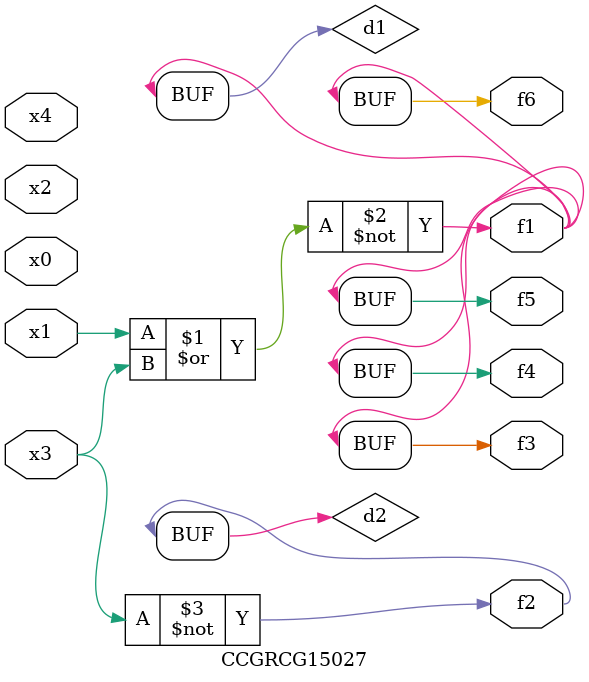
<source format=v>
module CCGRCG15027(
	input x0, x1, x2, x3, x4,
	output f1, f2, f3, f4, f5, f6
);

	wire d1, d2;

	nor (d1, x1, x3);
	not (d2, x3);
	assign f1 = d1;
	assign f2 = d2;
	assign f3 = d1;
	assign f4 = d1;
	assign f5 = d1;
	assign f6 = d1;
endmodule

</source>
